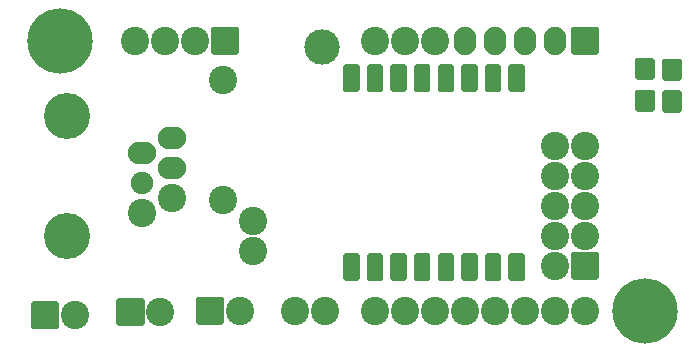
<source format=gbr>
%TF.GenerationSoftware,KiCad,Pcbnew,5.1.9+dfsg1-1*%
%TF.CreationDate,2021-05-22T16:02:53+02:00*%
%TF.ProjectId,smartyreader_ng_lora,736d6172-7479-4726-9561-6465725f6e67,rev?*%
%TF.SameCoordinates,Original*%
%TF.FileFunction,Soldermask,Bot*%
%TF.FilePolarity,Negative*%
%FSLAX46Y46*%
G04 Gerber Fmt 4.6, Leading zero omitted, Abs format (unit mm)*
G04 Created by KiCad (PCBNEW 5.1.9+dfsg1-1) date 2021-05-22 16:02:53*
%MOMM*%
%LPD*%
G01*
G04 APERTURE LIST*
%ADD10C,3.000000*%
%ADD11C,2.398980*%
%ADD12O,1.900000X2.398980*%
%ADD13C,1.900000*%
%ADD14O,2.400000X1.900000*%
%ADD15C,2.400000*%
%ADD16C,3.900000*%
%ADD17C,5.528260*%
G04 APERTURE END LIST*
%TO.C,D2*%
G36*
G01*
X155306000Y-109460000D02*
X156606000Y-109460000D01*
G75*
G02*
X156806000Y-109660000I0J-200000D01*
G01*
X156806000Y-111160000D01*
G75*
G02*
X156606000Y-111360000I-200000J0D01*
G01*
X155306000Y-111360000D01*
G75*
G02*
X155106000Y-111160000I0J200000D01*
G01*
X155106000Y-109660000D01*
G75*
G02*
X155306000Y-109460000I200000J0D01*
G01*
G37*
G36*
G01*
X155306000Y-112160000D02*
X156606000Y-112160000D01*
G75*
G02*
X156806000Y-112360000I0J-200000D01*
G01*
X156806000Y-113860000D01*
G75*
G02*
X156606000Y-114060000I-200000J0D01*
G01*
X155306000Y-114060000D01*
G75*
G02*
X155106000Y-113860000I0J200000D01*
G01*
X155106000Y-112360000D01*
G75*
G02*
X155306000Y-112160000I200000J0D01*
G01*
G37*
%TD*%
%TO.C,D1*%
G36*
G01*
X153020000Y-112080000D02*
X154320000Y-112080000D01*
G75*
G02*
X154520000Y-112280000I0J-200000D01*
G01*
X154520000Y-113780000D01*
G75*
G02*
X154320000Y-113980000I-200000J0D01*
G01*
X153020000Y-113980000D01*
G75*
G02*
X152820000Y-113780000I0J200000D01*
G01*
X152820000Y-112280000D01*
G75*
G02*
X153020000Y-112080000I200000J0D01*
G01*
G37*
G36*
G01*
X153020000Y-109380000D02*
X154320000Y-109380000D01*
G75*
G02*
X154520000Y-109580000I0J-200000D01*
G01*
X154520000Y-111080000D01*
G75*
G02*
X154320000Y-111280000I-200000J0D01*
G01*
X153020000Y-111280000D01*
G75*
G02*
X152820000Y-111080000I0J200000D01*
G01*
X152820000Y-109580000D01*
G75*
G02*
X153020000Y-109380000I200000J0D01*
G01*
G37*
%TD*%
D10*
%TO.C,J7*%
X126365000Y-108458000D03*
%TD*%
D11*
%TO.C,C3*%
X126619000Y-130810000D03*
X124079000Y-130810000D03*
%TD*%
%TO.C,C1*%
X120523000Y-125730000D03*
X120523000Y-123190000D03*
%TD*%
%TO.C,C2*%
X112649000Y-130937000D03*
G36*
G01*
X108909510Y-131936490D02*
X108909510Y-129937510D01*
G75*
G02*
X109109510Y-129737510I200000J0D01*
G01*
X111108490Y-129737510D01*
G75*
G02*
X111308490Y-129937510I0J-200000D01*
G01*
X111308490Y-131936490D01*
G75*
G02*
X111108490Y-132136490I-200000J0D01*
G01*
X109109510Y-132136490D01*
G75*
G02*
X108909510Y-131936490I0J200000D01*
G01*
G37*
%TD*%
%TO.C,R4*%
X117983000Y-121412000D03*
X117983000Y-111252000D03*
%TD*%
%TO.C,J3*%
G36*
G01*
X149789490Y-126000510D02*
X149789490Y-127999490D01*
G75*
G02*
X149589490Y-128199490I-200000J0D01*
G01*
X147590510Y-128199490D01*
G75*
G02*
X147390510Y-127999490I0J200000D01*
G01*
X147390510Y-126000510D01*
G75*
G02*
X147590510Y-125800510I200000J0D01*
G01*
X149589490Y-125800510D01*
G75*
G02*
X149789490Y-126000510I0J-200000D01*
G01*
G37*
X146050000Y-127000000D03*
X148590000Y-124460000D03*
X146050000Y-124460000D03*
X148590000Y-121920000D03*
X146050000Y-121920000D03*
X148590000Y-119380000D03*
X146050000Y-119380000D03*
X148590000Y-116840000D03*
X146050000Y-116840000D03*
%TD*%
%TO.C,U1*%
G36*
G01*
X143310000Y-112326000D02*
X142310000Y-112326000D01*
G75*
G02*
X142110000Y-112126000I0J200000D01*
G01*
X142110000Y-110126000D01*
G75*
G02*
X142310000Y-109926000I200000J0D01*
G01*
X143310000Y-109926000D01*
G75*
G02*
X143510000Y-110126000I0J-200000D01*
G01*
X143510000Y-112126000D01*
G75*
G02*
X143310000Y-112326000I-200000J0D01*
G01*
G37*
G36*
G01*
X141310000Y-112326000D02*
X140310000Y-112326000D01*
G75*
G02*
X140110000Y-112126000I0J200000D01*
G01*
X140110000Y-110126000D01*
G75*
G02*
X140310000Y-109926000I200000J0D01*
G01*
X141310000Y-109926000D01*
G75*
G02*
X141510000Y-110126000I0J-200000D01*
G01*
X141510000Y-112126000D01*
G75*
G02*
X141310000Y-112326000I-200000J0D01*
G01*
G37*
G36*
G01*
X139310000Y-112326000D02*
X138310000Y-112326000D01*
G75*
G02*
X138110000Y-112126000I0J200000D01*
G01*
X138110000Y-110126000D01*
G75*
G02*
X138310000Y-109926000I200000J0D01*
G01*
X139310000Y-109926000D01*
G75*
G02*
X139510000Y-110126000I0J-200000D01*
G01*
X139510000Y-112126000D01*
G75*
G02*
X139310000Y-112326000I-200000J0D01*
G01*
G37*
G36*
G01*
X137310000Y-112326000D02*
X136310000Y-112326000D01*
G75*
G02*
X136110000Y-112126000I0J200000D01*
G01*
X136110000Y-110126000D01*
G75*
G02*
X136310000Y-109926000I200000J0D01*
G01*
X137310000Y-109926000D01*
G75*
G02*
X137510000Y-110126000I0J-200000D01*
G01*
X137510000Y-112126000D01*
G75*
G02*
X137310000Y-112326000I-200000J0D01*
G01*
G37*
G36*
G01*
X135310000Y-112326000D02*
X134310000Y-112326000D01*
G75*
G02*
X134110000Y-112126000I0J200000D01*
G01*
X134110000Y-110126000D01*
G75*
G02*
X134310000Y-109926000I200000J0D01*
G01*
X135310000Y-109926000D01*
G75*
G02*
X135510000Y-110126000I0J-200000D01*
G01*
X135510000Y-112126000D01*
G75*
G02*
X135310000Y-112326000I-200000J0D01*
G01*
G37*
G36*
G01*
X133310000Y-112326000D02*
X132310000Y-112326000D01*
G75*
G02*
X132110000Y-112126000I0J200000D01*
G01*
X132110000Y-110126000D01*
G75*
G02*
X132310000Y-109926000I200000J0D01*
G01*
X133310000Y-109926000D01*
G75*
G02*
X133510000Y-110126000I0J-200000D01*
G01*
X133510000Y-112126000D01*
G75*
G02*
X133310000Y-112326000I-200000J0D01*
G01*
G37*
G36*
G01*
X131310000Y-112326000D02*
X130310000Y-112326000D01*
G75*
G02*
X130110000Y-112126000I0J200000D01*
G01*
X130110000Y-110126000D01*
G75*
G02*
X130310000Y-109926000I200000J0D01*
G01*
X131310000Y-109926000D01*
G75*
G02*
X131510000Y-110126000I0J-200000D01*
G01*
X131510000Y-112126000D01*
G75*
G02*
X131310000Y-112326000I-200000J0D01*
G01*
G37*
G36*
G01*
X129310000Y-112326000D02*
X128310000Y-112326000D01*
G75*
G02*
X128110000Y-112126000I0J200000D01*
G01*
X128110000Y-110126000D01*
G75*
G02*
X128310000Y-109926000I200000J0D01*
G01*
X129310000Y-109926000D01*
G75*
G02*
X129510000Y-110126000I0J-200000D01*
G01*
X129510000Y-112126000D01*
G75*
G02*
X129310000Y-112326000I-200000J0D01*
G01*
G37*
G36*
G01*
X129310000Y-128326000D02*
X128310000Y-128326000D01*
G75*
G02*
X128110000Y-128126000I0J200000D01*
G01*
X128110000Y-126126000D01*
G75*
G02*
X128310000Y-125926000I200000J0D01*
G01*
X129310000Y-125926000D01*
G75*
G02*
X129510000Y-126126000I0J-200000D01*
G01*
X129510000Y-128126000D01*
G75*
G02*
X129310000Y-128326000I-200000J0D01*
G01*
G37*
G36*
G01*
X131310000Y-128326000D02*
X130310000Y-128326000D01*
G75*
G02*
X130110000Y-128126000I0J200000D01*
G01*
X130110000Y-126126000D01*
G75*
G02*
X130310000Y-125926000I200000J0D01*
G01*
X131310000Y-125926000D01*
G75*
G02*
X131510000Y-126126000I0J-200000D01*
G01*
X131510000Y-128126000D01*
G75*
G02*
X131310000Y-128326000I-200000J0D01*
G01*
G37*
G36*
G01*
X133310000Y-128326000D02*
X132310000Y-128326000D01*
G75*
G02*
X132110000Y-128126000I0J200000D01*
G01*
X132110000Y-126126000D01*
G75*
G02*
X132310000Y-125926000I200000J0D01*
G01*
X133310000Y-125926000D01*
G75*
G02*
X133510000Y-126126000I0J-200000D01*
G01*
X133510000Y-128126000D01*
G75*
G02*
X133310000Y-128326000I-200000J0D01*
G01*
G37*
G36*
G01*
X135310000Y-128326000D02*
X134310000Y-128326000D01*
G75*
G02*
X134110000Y-128126000I0J200000D01*
G01*
X134110000Y-126126000D01*
G75*
G02*
X134310000Y-125926000I200000J0D01*
G01*
X135310000Y-125926000D01*
G75*
G02*
X135510000Y-126126000I0J-200000D01*
G01*
X135510000Y-128126000D01*
G75*
G02*
X135310000Y-128326000I-200000J0D01*
G01*
G37*
G36*
G01*
X137310000Y-128326000D02*
X136310000Y-128326000D01*
G75*
G02*
X136110000Y-128126000I0J200000D01*
G01*
X136110000Y-126126000D01*
G75*
G02*
X136310000Y-125926000I200000J0D01*
G01*
X137310000Y-125926000D01*
G75*
G02*
X137510000Y-126126000I0J-200000D01*
G01*
X137510000Y-128126000D01*
G75*
G02*
X137310000Y-128326000I-200000J0D01*
G01*
G37*
G36*
G01*
X139310000Y-128326000D02*
X138310000Y-128326000D01*
G75*
G02*
X138110000Y-128126000I0J200000D01*
G01*
X138110000Y-126126000D01*
G75*
G02*
X138310000Y-125926000I200000J0D01*
G01*
X139310000Y-125926000D01*
G75*
G02*
X139510000Y-126126000I0J-200000D01*
G01*
X139510000Y-128126000D01*
G75*
G02*
X139310000Y-128326000I-200000J0D01*
G01*
G37*
G36*
G01*
X141310000Y-128326000D02*
X140310000Y-128326000D01*
G75*
G02*
X140110000Y-128126000I0J200000D01*
G01*
X140110000Y-126126000D01*
G75*
G02*
X140310000Y-125926000I200000J0D01*
G01*
X141310000Y-125926000D01*
G75*
G02*
X141510000Y-126126000I0J-200000D01*
G01*
X141510000Y-128126000D01*
G75*
G02*
X141310000Y-128326000I-200000J0D01*
G01*
G37*
G36*
G01*
X143310000Y-128326000D02*
X142310000Y-128326000D01*
G75*
G02*
X142110000Y-128126000I0J200000D01*
G01*
X142110000Y-126126000D01*
G75*
G02*
X142310000Y-125926000I200000J0D01*
G01*
X143310000Y-125926000D01*
G75*
G02*
X143510000Y-126126000I0J-200000D01*
G01*
X143510000Y-128126000D01*
G75*
G02*
X143310000Y-128326000I-200000J0D01*
G01*
G37*
%TD*%
%TO.C,W1*%
X148590000Y-130810000D03*
X146050000Y-130810000D03*
X143510000Y-130810000D03*
X140970000Y-130810000D03*
X138430000Y-130810000D03*
X135890000Y-130810000D03*
X133350000Y-130810000D03*
X130810000Y-130810000D03*
G36*
G01*
X149789490Y-106950510D02*
X149789490Y-108949490D01*
G75*
G02*
X149589490Y-109149490I-200000J0D01*
G01*
X147590510Y-109149490D01*
G75*
G02*
X147390510Y-108949490I0J200000D01*
G01*
X147390510Y-106950510D01*
G75*
G02*
X147590510Y-106750510I200000J0D01*
G01*
X149589490Y-106750510D01*
G75*
G02*
X149789490Y-106950510I0J-200000D01*
G01*
G37*
D12*
X146050000Y-107950000D03*
X143510000Y-107950000D03*
X140970000Y-107950000D03*
X138430000Y-107950000D03*
D11*
X135890000Y-107950000D03*
X133350000Y-107950000D03*
X130810000Y-107950000D03*
%TD*%
%TO.C,J2*%
X110490000Y-107950000D03*
X113030000Y-107950000D03*
X115570000Y-107950000D03*
G36*
G01*
X119309490Y-106950510D02*
X119309490Y-108949490D01*
G75*
G02*
X119109490Y-109149490I-200000J0D01*
G01*
X117110510Y-109149490D01*
G75*
G02*
X116910510Y-108949490I0J200000D01*
G01*
X116910510Y-106950510D01*
G75*
G02*
X117110510Y-106750510I200000J0D01*
G01*
X119109490Y-106750510D01*
G75*
G02*
X119309490Y-106950510I0J-200000D01*
G01*
G37*
%TD*%
%TO.C,J4*%
X105410000Y-131191000D03*
G36*
G01*
X101670510Y-132190490D02*
X101670510Y-130191510D01*
G75*
G02*
X101870510Y-129991510I200000J0D01*
G01*
X103869490Y-129991510D01*
G75*
G02*
X104069490Y-130191510I0J-200000D01*
G01*
X104069490Y-132190490D01*
G75*
G02*
X103869490Y-132390490I-200000J0D01*
G01*
X101870510Y-132390490D01*
G75*
G02*
X101670510Y-132190490I0J200000D01*
G01*
G37*
%TD*%
%TO.C,J5*%
G36*
G01*
X115640510Y-131809490D02*
X115640510Y-129810510D01*
G75*
G02*
X115840510Y-129610510I200000J0D01*
G01*
X117839490Y-129610510D01*
G75*
G02*
X118039490Y-129810510I0J-200000D01*
G01*
X118039490Y-131809490D01*
G75*
G02*
X117839490Y-132009490I-200000J0D01*
G01*
X115840510Y-132009490D01*
G75*
G02*
X115640510Y-131809490I0J200000D01*
G01*
G37*
X119380000Y-130810000D03*
%TD*%
D13*
%TO.C,J1*%
X111125000Y-120015000D03*
D14*
X111125000Y-117475000D03*
D15*
X111125000Y-122555000D03*
D14*
X113665000Y-116205000D03*
X113665000Y-118745000D03*
D15*
X113665000Y-121285000D03*
D16*
X104775000Y-124460000D03*
X104775000Y-114300000D03*
%TD*%
D17*
%TO.C,H1*%
X104140000Y-107950000D03*
%TD*%
%TO.C,H2*%
X153670000Y-130810000D03*
%TD*%
M02*

</source>
